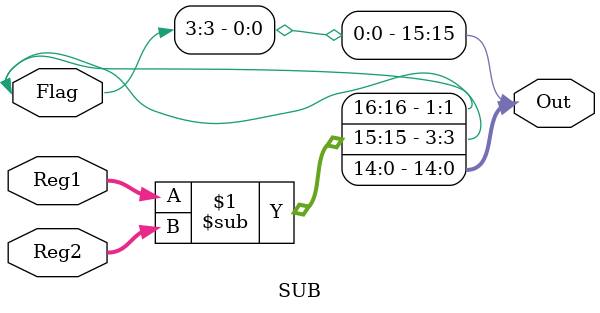
<source format=v>
module SUB (Reg1, Reg2, Out, Flag);

input [15:0] Reg1, Reg2;
input [3:0] Flag; //N,Z,C,V

output[15:0] Out;

assign {Flag[1], Out} = Reg1 - Reg2;

assign Flag[0] = (({Flag[1],Out[15]} == 2'b01)|| ({Flag[1],Out[15]} == 2'b10));

assign Flag[2] = (Out == 0);

assign Flag[3] = (Out[15] == 1'b1);

endmodule

</source>
